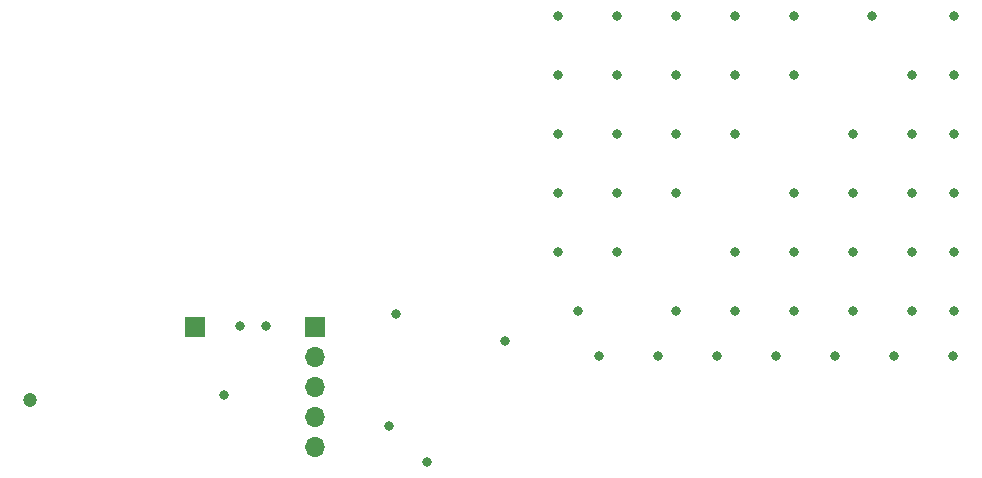
<source format=gbr>
G04 #@! TF.GenerationSoftware,KiCad,Pcbnew,(5.1.5-0-10_14)*
G04 #@! TF.CreationDate,2020-08-05T22:15:24-06:00*
G04 #@! TF.ProjectId,business_card_v4,62757369-6e65-4737-935f-636172645f76,rev?*
G04 #@! TF.SameCoordinates,Original*
G04 #@! TF.FileFunction,Copper,L13,Inr*
G04 #@! TF.FilePolarity,Positive*
%FSLAX46Y46*%
G04 Gerber Fmt 4.6, Leading zero omitted, Abs format (unit mm)*
G04 Created by KiCad (PCBNEW (5.1.5-0-10_14)) date 2020-08-05 22:15:24*
%MOMM*%
%LPD*%
G04 APERTURE LIST*
%ADD10R,1.700000X1.700000*%
%ADD11O,1.700000X1.700000*%
%ADD12C,1.200000*%
%ADD13C,0.800000*%
G04 APERTURE END LIST*
D10*
X126490000Y-110850000D03*
D11*
X136650000Y-121010000D03*
X136650000Y-118470000D03*
X136650000Y-115930000D03*
X136650000Y-113390000D03*
D10*
X136650000Y-110850000D03*
D12*
X112585500Y-117030500D03*
D13*
X142900000Y-119200000D03*
X146200000Y-122250000D03*
X130300000Y-110750000D03*
X132500000Y-110750000D03*
X143500000Y-109750000D03*
X128987000Y-116615000D03*
X160700000Y-113300000D03*
X152750000Y-112000000D03*
X165700000Y-113300000D03*
X170700000Y-113300000D03*
X175700000Y-113300000D03*
X180700000Y-113300000D03*
X185700000Y-113300000D03*
X190700000Y-113300000D03*
X183810000Y-84500000D03*
X167250000Y-84500000D03*
X172250000Y-84500000D03*
X177250000Y-84500000D03*
X157250000Y-84500000D03*
X162250000Y-84500000D03*
X190750000Y-84500000D03*
X190750000Y-109500000D03*
X187250000Y-109500000D03*
X182250000Y-109500000D03*
X177250000Y-109500000D03*
X172250000Y-109500000D03*
X167250000Y-109500000D03*
X158962500Y-109500000D03*
X190750000Y-104500000D03*
X157250000Y-104500000D03*
X162250000Y-104500000D03*
X187250000Y-104500000D03*
X182250000Y-104500000D03*
X177250000Y-104500000D03*
X172250000Y-104500000D03*
X190750000Y-99500000D03*
X157250000Y-99500000D03*
X162250000Y-99500000D03*
X167250000Y-99500000D03*
X187250000Y-99500000D03*
X182250000Y-99500000D03*
X177250000Y-99500000D03*
X187250000Y-94500000D03*
X190750000Y-94500000D03*
X157250000Y-94500000D03*
X162250000Y-94500000D03*
X167250000Y-94500000D03*
X172250000Y-94500000D03*
X182250000Y-94500000D03*
X187250000Y-89500000D03*
X190750000Y-89500000D03*
X157250000Y-89500000D03*
X162250000Y-89500000D03*
X167250000Y-89500000D03*
X172250000Y-89500000D03*
X177250000Y-89500000D03*
M02*

</source>
